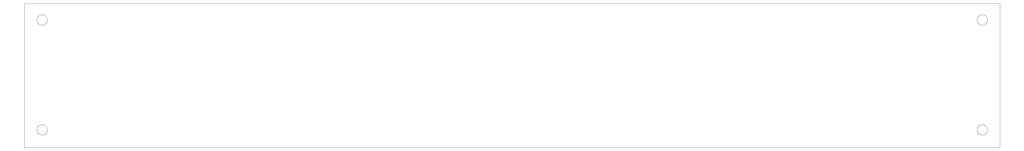
<source format=gbp>
From 5851c4758d3301851cf58e0ec3b42c7f93c7ca77 Mon Sep 17 00:00:00 2001
From: William Harrington <kb0iic@berzerkula.org>
Date: Thu, 17 May 2018 20:54:06 -0500
Subject: Populate repository from main eagle directory in user's document
 library.

---
 eagle/Spectrum_Analyzer/ind.GBP | 989 ++++++++++++++++++++++++++++++++++++++++
 1 file changed, 989 insertions(+)
 create mode 100755 eagle/Spectrum_Analyzer/ind.GBP

(limited to 'eagle/Spectrum_Analyzer/ind.GBP')

diff --git a/eagle/Spectrum_Analyzer/ind.GBP b/eagle/Spectrum_Analyzer/ind.GBP
new file mode 100755
index 0000000..78d33d8
--- /dev/null
+++ b/eagle/Spectrum_Analyzer/ind.GBP
@@ -0,0 +1,989 @@
+G75*
+%MOIN*%
+%OFA0B0*%
+%FSLAX25Y25*%
+%IPPOS*%
+%LPD*%
+%AMOC8*
+5,1,8,0,0,1.08239X$1,22.5*
+%
+%ADD10C,0.00000*%
+D10*
+X0001300Y0006300D02*
+X0001300Y0170001D01*
+X1106221Y0170001D01*
+X1106221Y0006300D01*
+X0001300Y0006300D01*
+X0015394Y0026300D02*
+X0015396Y0026453D01*
+X0015402Y0026607D01*
+X0015412Y0026760D01*
+X0015426Y0026912D01*
+X0015444Y0027065D01*
+X0015466Y0027216D01*
+X0015491Y0027367D01*
+X0015521Y0027518D01*
+X0015555Y0027668D01*
+X0015592Y0027816D01*
+X0015633Y0027964D01*
+X0015678Y0028110D01*
+X0015727Y0028256D01*
+X0015780Y0028400D01*
+X0015836Y0028542D01*
+X0015896Y0028683D01*
+X0015960Y0028823D01*
+X0016027Y0028961D01*
+X0016098Y0029097D01*
+X0016173Y0029231D01*
+X0016250Y0029363D01*
+X0016332Y0029493D01*
+X0016416Y0029621D01*
+X0016504Y0029747D01*
+X0016595Y0029870D01*
+X0016689Y0029991D01*
+X0016787Y0030109D01*
+X0016887Y0030225D01*
+X0016991Y0030338D01*
+X0017097Y0030449D01*
+X0017206Y0030557D01*
+X0017318Y0030662D01*
+X0017432Y0030763D01*
+X0017550Y0030862D01*
+X0017669Y0030958D01*
+X0017791Y0031051D01*
+X0017916Y0031140D01*
+X0018043Y0031227D01*
+X0018172Y0031309D01*
+X0018303Y0031389D01*
+X0018436Y0031465D01*
+X0018571Y0031538D01*
+X0018708Y0031607D01*
+X0018847Y0031672D01*
+X0018987Y0031734D01*
+X0019129Y0031792D01*
+X0019272Y0031847D01*
+X0019417Y0031898D01*
+X0019563Y0031945D01*
+X0019710Y0031988D01*
+X0019858Y0032027D01*
+X0020007Y0032063D01*
+X0020157Y0032094D01*
+X0020308Y0032122D01*
+X0020459Y0032146D01*
+X0020612Y0032166D01*
+X0020764Y0032182D01*
+X0020917Y0032194D01*
+X0021070Y0032202D01*
+X0021223Y0032206D01*
+X0021377Y0032206D01*
+X0021530Y0032202D01*
+X0021683Y0032194D01*
+X0021836Y0032182D01*
+X0021988Y0032166D01*
+X0022141Y0032146D01*
+X0022292Y0032122D01*
+X0022443Y0032094D01*
+X0022593Y0032063D01*
+X0022742Y0032027D01*
+X0022890Y0031988D01*
+X0023037Y0031945D01*
+X0023183Y0031898D01*
+X0023328Y0031847D01*
+X0023471Y0031792D01*
+X0023613Y0031734D01*
+X0023753Y0031672D01*
+X0023892Y0031607D01*
+X0024029Y0031538D01*
+X0024164Y0031465D01*
+X0024297Y0031389D01*
+X0024428Y0031309D01*
+X0024557Y0031227D01*
+X0024684Y0031140D01*
+X0024809Y0031051D01*
+X0024931Y0030958D01*
+X0025050Y0030862D01*
+X0025168Y0030763D01*
+X0025282Y0030662D01*
+X0025394Y0030557D01*
+X0025503Y0030449D01*
+X0025609Y0030338D01*
+X0025713Y0030225D01*
+X0025813Y0030109D01*
+X0025911Y0029991D01*
+X0026005Y0029870D01*
+X0026096Y0029747D01*
+X0026184Y0029621D01*
+X0026268Y0029493D01*
+X0026350Y0029363D01*
+X0026427Y0029231D01*
+X0026502Y0029097D01*
+X0026573Y0028961D01*
+X0026640Y0028823D01*
+X0026704Y0028683D01*
+X0026764Y0028542D01*
+X0026820Y0028400D01*
+X0026873Y0028256D01*
+X0026922Y0028110D01*
+X0026967Y0027964D01*
+X0027008Y0027816D01*
+X0027045Y0027668D01*
+X0027079Y0027518D01*
+X0027109Y0027367D01*
+X0027134Y0027216D01*
+X0027156Y0027065D01*
+X0027174Y0026912D01*
+X0027188Y0026760D01*
+X0027198Y0026607D01*
+X0027204Y0026453D01*
+X0027206Y0026300D01*
+X0027204Y0026147D01*
+X0027198Y0025993D01*
+X0027188Y0025840D01*
+X0027174Y0025688D01*
+X0027156Y0025535D01*
+X0027134Y0025384D01*
+X0027109Y0025233D01*
+X0027079Y0025082D01*
+X0027045Y0024932D01*
+X0027008Y0024784D01*
+X0026967Y0024636D01*
+X0026922Y0024490D01*
+X0026873Y0024344D01*
+X0026820Y0024200D01*
+X0026764Y0024058D01*
+X0026704Y0023917D01*
+X0026640Y0023777D01*
+X0026573Y0023639D01*
+X0026502Y0023503D01*
+X0026427Y0023369D01*
+X0026350Y0023237D01*
+X0026268Y0023107D01*
+X0026184Y0022979D01*
+X0026096Y0022853D01*
+X0026005Y0022730D01*
+X0025911Y0022609D01*
+X0025813Y0022491D01*
+X0025713Y0022375D01*
+X0025609Y0022262D01*
+X0025503Y0022151D01*
+X0025394Y0022043D01*
+X0025282Y0021938D01*
+X0025168Y0021837D01*
+X0025050Y0021738D01*
+X0024931Y0021642D01*
+X0024809Y0021549D01*
+X0024684Y0021460D01*
+X0024557Y0021373D01*
+X0024428Y0021291D01*
+X0024297Y0021211D01*
+X0024164Y0021135D01*
+X0024029Y0021062D01*
+X0023892Y0020993D01*
+X0023753Y0020928D01*
+X0023613Y0020866D01*
+X0023471Y0020808D01*
+X0023328Y0020753D01*
+X0023183Y0020702D01*
+X0023037Y0020655D01*
+X0022890Y0020612D01*
+X0022742Y0020573D01*
+X0022593Y0020537D01*
+X0022443Y0020506D01*
+X0022292Y0020478D01*
+X0022141Y0020454D01*
+X0021988Y0020434D01*
+X0021836Y0020418D01*
+X0021683Y0020406D01*
+X0021530Y0020398D01*
+X0021377Y0020394D01*
+X0021223Y0020394D01*
+X0021070Y0020398D01*
+X0020917Y0020406D01*
+X0020764Y0020418D01*
+X0020612Y0020434D01*
+X0020459Y0020454D01*
+X0020308Y0020478D01*
+X0020157Y0020506D01*
+X0020007Y0020537D01*
+X0019858Y0020573D01*
+X0019710Y0020612D01*
+X0019563Y0020655D01*
+X0019417Y0020702D01*
+X0019272Y0020753D01*
+X0019129Y0020808D01*
+X0018987Y0020866D01*
+X0018847Y0020928D01*
+X0018708Y0020993D01*
+X0018571Y0021062D01*
+X0018436Y0021135D01*
+X0018303Y0021211D01*
+X0018172Y0021291D01*
+X0018043Y0021373D01*
+X0017916Y0021460D01*
+X0017791Y0021549D01*
+X0017669Y0021642D01*
+X0017550Y0021738D01*
+X0017432Y0021837D01*
+X0017318Y0021938D01*
+X0017206Y0022043D01*
+X0017097Y0022151D01*
+X0016991Y0022262D01*
+X0016887Y0022375D01*
+X0016787Y0022491D01*
+X0016689Y0022609D01*
+X0016595Y0022730D01*
+X0016504Y0022853D01*
+X0016416Y0022979D01*
+X0016332Y0023107D01*
+X0016250Y0023237D01*
+X0016173Y0023369D01*
+X0016098Y0023503D01*
+X0016027Y0023639D01*
+X0015960Y0023777D01*
+X0015896Y0023917D01*
+X0015836Y0024058D01*
+X0015780Y0024200D01*
+X0015727Y0024344D01*
+X0015678Y0024490D01*
+X0015633Y0024636D01*
+X0015592Y0024784D01*
+X0015555Y0024932D01*
+X0015521Y0025082D01*
+X0015491Y0025233D01*
+X0015466Y0025384D01*
+X0015444Y0025535D01*
+X0015426Y0025688D01*
+X0015412Y0025840D01*
+X0015402Y0025993D01*
+X0015396Y0026147D01*
+X0015394Y0026300D01*
+X0015394Y0151300D02*
+X0015396Y0151453D01*
+X0015402Y0151607D01*
+X0015412Y0151760D01*
+X0015426Y0151912D01*
+X0015444Y0152065D01*
+X0015466Y0152216D01*
+X0015491Y0152367D01*
+X0015521Y0152518D01*
+X0015555Y0152668D01*
+X0015592Y0152816D01*
+X0015633Y0152964D01*
+X0015678Y0153110D01*
+X0015727Y0153256D01*
+X0015780Y0153400D01*
+X0015836Y0153542D01*
+X0015896Y0153683D01*
+X0015960Y0153823D01*
+X0016027Y0153961D01*
+X0016098Y0154097D01*
+X0016173Y0154231D01*
+X0016250Y0154363D01*
+X0016332Y0154493D01*
+X0016416Y0154621D01*
+X0016504Y0154747D01*
+X0016595Y0154870D01*
+X0016689Y0154991D01*
+X0016787Y0155109D01*
+X0016887Y0155225D01*
+X0016991Y0155338D01*
+X0017097Y0155449D01*
+X0017206Y0155557D01*
+X0017318Y0155662D01*
+X0017432Y0155763D01*
+X0017550Y0155862D01*
+X0017669Y0155958D01*
+X0017791Y0156051D01*
+X0017916Y0156140D01*
+X0018043Y0156227D01*
+X0018172Y0156309D01*
+X0018303Y0156389D01*
+X0018436Y0156465D01*
+X0018571Y0156538D01*
+X0018708Y0156607D01*
+X0018847Y0156672D01*
+X0018987Y0156734D01*
+X0019129Y0156792D01*
+X0019272Y0156847D01*
+X0019417Y0156898D01*
+X0019563Y0156945D01*
+X0019710Y0156988D01*
+X0019858Y0157027D01*
+X0020007Y0157063D01*
+X0020157Y0157094D01*
+X0020308Y0157122D01*
+X0020459Y0157146D01*
+X0020612Y0157166D01*
+X0020764Y0157182D01*
+X0020917Y0157194D01*
+X0021070Y0157202D01*
+X0021223Y0157206D01*
+X0021377Y0157206D01*
+X0021530Y0157202D01*
+X0021683Y0157194D01*
+X0021836Y0157182D01*
+X0021988Y0157166D01*
+X0022141Y0157146D01*
+X0022292Y0157122D01*
+X0022443Y0157094D01*
+X0022593Y0157063D01*
+X0022742Y0157027D01*
+X0022890Y0156988D01*
+X0023037Y0156945D01*
+X0023183Y0156898D01*
+X0023328Y0156847D01*
+X0023471Y0156792D01*
+X0023613Y0156734D01*
+X0023753Y0156672D01*
+X0023892Y0156607D01*
+X0024029Y0156538D01*
+X0024164Y0156465D01*
+X0024297Y0156389D01*
+X0024428Y0156309D01*
+X0024557Y0156227D01*
+X0024684Y0156140D01*
+X0024809Y0156051D01*
+X0024931Y0155958D01*
+X0025050Y0155862D01*
+X0025168Y0155763D01*
+X0025282Y0155662D01*
+X0025394Y0155557D01*
+X0025503Y0155449D01*
+X0025609Y0155338D01*
+X0025713Y0155225D01*
+X0025813Y0155109D01*
+X0025911Y0154991D01*
+X0026005Y0154870D01*
+X0026096Y0154747D01*
+X0026184Y0154621D01*
+X0026268Y0154493D01*
+X0026350Y0154363D01*
+X0026427Y0154231D01*
+X0026502Y0154097D01*
+X0026573Y0153961D01*
+X0026640Y0153823D01*
+X0026704Y0153683D01*
+X0026764Y0153542D01*
+X0026820Y0153400D01*
+X0026873Y0153256D01*
+X0026922Y0153110D01*
+X0026967Y0152964D01*
+X0027008Y0152816D01*
+X0027045Y0152668D01*
+X0027079Y0152518D01*
+X0027109Y0152367D01*
+X0027134Y0152216D01*
+X0027156Y0152065D01*
+X0027174Y0151912D01*
+X0027188Y0151760D01*
+X0027198Y0151607D01*
+X0027204Y0151453D01*
+X0027206Y0151300D01*
+X0027204Y0151147D01*
+X0027198Y0150993D01*
+X0027188Y0150840D01*
+X0027174Y0150688D01*
+X0027156Y0150535D01*
+X0027134Y0150384D01*
+X0027109Y0150233D01*
+X0027079Y0150082D01*
+X0027045Y0149932D01*
+X0027008Y0149784D01*
+X0026967Y0149636D01*
+X0026922Y0149490D01*
+X0026873Y0149344D01*
+X0026820Y0149200D01*
+X0026764Y0149058D01*
+X0026704Y0148917D01*
+X0026640Y0148777D01*
+X0026573Y0148639D01*
+X0026502Y0148503D01*
+X0026427Y0148369D01*
+X0026350Y0148237D01*
+X0026268Y0148107D01*
+X0026184Y0147979D01*
+X0026096Y0147853D01*
+X0026005Y0147730D01*
+X0025911Y0147609D01*
+X0025813Y0147491D01*
+X0025713Y0147375D01*
+X0025609Y0147262D01*
+X0025503Y0147151D01*
+X0025394Y0147043D01*
+X0025282Y0146938D01*
+X0025168Y0146837D01*
+X0025050Y0146738D01*
+X0024931Y0146642D01*
+X0024809Y0146549D01*
+X0024684Y0146460D01*
+X0024557Y0146373D01*
+X0024428Y0146291D01*
+X0024297Y0146211D01*
+X0024164Y0146135D01*
+X0024029Y0146062D01*
+X0023892Y0145993D01*
+X0023753Y0145928D01*
+X0023613Y0145866D01*
+X0023471Y0145808D01*
+X0023328Y0145753D01*
+X0023183Y0145702D01*
+X0023037Y0145655D01*
+X0022890Y0145612D01*
+X0022742Y0145573D01*
+X0022593Y0145537D01*
+X0022443Y0145506D01*
+X0022292Y0145478D01*
+X0022141Y0145454D01*
+X0021988Y0145434D01*
+X0021836Y0145418D01*
+X0021683Y0145406D01*
+X0021530Y0145398D01*
+X0021377Y0145394D01*
+X0021223Y0145394D01*
+X0021070Y0145398D01*
+X0020917Y0145406D01*
+X0020764Y0145418D01*
+X0020612Y0145434D01*
+X0020459Y0145454D01*
+X0020308Y0145478D01*
+X0020157Y0145506D01*
+X0020007Y0145537D01*
+X0019858Y0145573D01*
+X0019710Y0145612D01*
+X0019563Y0145655D01*
+X0019417Y0145702D01*
+X0019272Y0145753D01*
+X0019129Y0145808D01*
+X0018987Y0145866D01*
+X0018847Y0145928D01*
+X0018708Y0145993D01*
+X0018571Y0146062D01*
+X0018436Y0146135D01*
+X0018303Y0146211D01*
+X0018172Y0146291D01*
+X0018043Y0146373D01*
+X0017916Y0146460D01*
+X0017791Y0146549D01*
+X0017669Y0146642D01*
+X0017550Y0146738D01*
+X0017432Y0146837D01*
+X0017318Y0146938D01*
+X0017206Y0147043D01*
+X0017097Y0147151D01*
+X0016991Y0147262D01*
+X0016887Y0147375D01*
+X0016787Y0147491D01*
+X0016689Y0147609D01*
+X0016595Y0147730D01*
+X0016504Y0147853D01*
+X0016416Y0147979D01*
+X0016332Y0148107D01*
+X0016250Y0148237D01*
+X0016173Y0148369D01*
+X0016098Y0148503D01*
+X0016027Y0148639D01*
+X0015960Y0148777D01*
+X0015896Y0148917D01*
+X0015836Y0149058D01*
+X0015780Y0149200D01*
+X0015727Y0149344D01*
+X0015678Y0149490D01*
+X0015633Y0149636D01*
+X0015592Y0149784D01*
+X0015555Y0149932D01*
+X0015521Y0150082D01*
+X0015491Y0150233D01*
+X0015466Y0150384D01*
+X0015444Y0150535D01*
+X0015426Y0150688D01*
+X0015412Y0150840D01*
+X0015402Y0150993D01*
+X0015396Y0151147D01*
+X0015394Y0151300D01*
+X1080394Y0151300D02*
+X1080396Y0151453D01*
+X1080402Y0151607D01*
+X1080412Y0151760D01*
+X1080426Y0151912D01*
+X1080444Y0152065D01*
+X1080466Y0152216D01*
+X1080491Y0152367D01*
+X1080521Y0152518D01*
+X1080555Y0152668D01*
+X1080592Y0152816D01*
+X1080633Y0152964D01*
+X1080678Y0153110D01*
+X1080727Y0153256D01*
+X1080780Y0153400D01*
+X1080836Y0153542D01*
+X1080896Y0153683D01*
+X1080960Y0153823D01*
+X1081027Y0153961D01*
+X1081098Y0154097D01*
+X1081173Y0154231D01*
+X1081250Y0154363D01*
+X1081332Y0154493D01*
+X1081416Y0154621D01*
+X1081504Y0154747D01*
+X1081595Y0154870D01*
+X1081689Y0154991D01*
+X1081787Y0155109D01*
+X1081887Y0155225D01*
+X1081991Y0155338D01*
+X1082097Y0155449D01*
+X1082206Y0155557D01*
+X1082318Y0155662D01*
+X1082432Y0155763D01*
+X1082550Y0155862D01*
+X1082669Y0155958D01*
+X1082791Y0156051D01*
+X1082916Y0156140D01*
+X1083043Y0156227D01*
+X1083172Y0156309D01*
+X1083303Y0156389D01*
+X1083436Y0156465D01*
+X1083571Y0156538D01*
+X1083708Y0156607D01*
+X1083847Y0156672D01*
+X1083987Y0156734D01*
+X1084129Y0156792D01*
+X1084272Y0156847D01*
+X1084417Y0156898D01*
+X1084563Y0156945D01*
+X1084710Y0156988D01*
+X1084858Y0157027D01*
+X1085007Y0157063D01*
+X1085157Y0157094D01*
+X1085308Y0157122D01*
+X1085459Y0157146D01*
+X1085612Y0157166D01*
+X1085764Y0157182D01*
+X1085917Y0157194D01*
+X1086070Y0157202D01*
+X1086223Y0157206D01*
+X1086377Y0157206D01*
+X1086530Y0157202D01*
+X1086683Y0157194D01*
+X1086836Y0157182D01*
+X1086988Y0157166D01*
+X1087141Y0157146D01*
+X1087292Y0157122D01*
+X1087443Y0157094D01*
+X1087593Y0157063D01*
+X1087742Y0157027D01*
+X1087890Y0156988D01*
+X1088037Y0156945D01*
+X1088183Y0156898D01*
+X1088328Y0156847D01*
+X1088471Y0156792D01*
+X1088613Y0156734D01*
+X1088753Y0156672D01*
+X1088892Y0156607D01*
+X1089029Y0156538D01*
+X1089164Y0156465D01*
+X1089297Y0156389D01*
+X1089428Y0156309D01*
+X1089557Y0156227D01*
+X1089684Y0156140D01*
+X1089809Y0156051D01*
+X1089931Y0155958D01*
+X1090050Y0155862D01*
+X1090168Y0155763D01*
+X1090282Y0155662D01*
+X1090394Y0155557D01*
+X1090503Y0155449D01*
+X1090609Y0155338D01*
+X1090713Y0155225D01*
+X1090813Y0155109D01*
+X1090911Y0154991D01*
+X1091005Y0154870D01*
+X1091096Y0154747D01*
+X1091184Y0154621D01*
+X1091268Y0154493D01*
+X1091350Y0154363D01*
+X1091427Y0154231D01*
+X1091502Y0154097D01*
+X1091573Y0153961D01*
+X1091640Y0153823D01*
+X1091704Y0153683D01*
+X1091764Y0153542D01*
+X1091820Y0153400D01*
+X1091873Y0153256D01*
+X1091922Y0153110D01*
+X1091967Y0152964D01*
+X1092008Y0152816D01*
+X1092045Y0152668D01*
+X1092079Y0152518D01*
+X1092109Y0152367D01*
+X1092134Y0152216D01*
+X1092156Y0152065D01*
+X1092174Y0151912D01*
+X1092188Y0151760D01*
+X1092198Y0151607D01*
+X1092204Y0151453D01*
+X1092206Y0151300D01*
+X1092204Y0151147D01*
+X1092198Y0150993D01*
+X1092188Y0150840D01*
+X1092174Y0150688D01*
+X1092156Y0150535D01*
+X1092134Y0150384D01*
+X1092109Y0150233D01*
+X1092079Y0150082D01*
+X1092045Y0149932D01*
+X1092008Y0149784D01*
+X1091967Y0149636D01*
+X1091922Y0149490D01*
+X1091873Y0149344D01*
+X1091820Y0149200D01*
+X1091764Y0149058D01*
+X1091704Y0148917D01*
+X1091640Y0148777D01*
+X1091573Y0148639D01*
+X1091502Y0148503D01*
+X1091427Y0148369D01*
+X1091350Y0148237D01*
+X1091268Y0148107D01*
+X1091184Y0147979D01*
+X1091096Y0147853D01*
+X1091005Y0147730D01*
+X1090911Y0147609D01*
+X1090813Y0147491D01*
+X1090713Y0147375D01*
+X1090609Y0147262D01*
+X1090503Y0147151D01*
+X1090394Y0147043D01*
+X1090282Y0146938D01*
+X1090168Y0146837D01*
+X1090050Y0146738D01*
+X1089931Y0146642D01*
+X1089809Y0146549D01*
+X1089684Y0146460D01*
+X1089557Y0146373D01*
+X1089428Y0146291D01*
+X1089297Y0146211D01*
+X1089164Y0146135D01*
+X1089029Y0146062D01*
+X1088892Y0145993D01*
+X1088753Y0145928D01*
+X1088613Y0145866D01*
+X1088471Y0145808D01*
+X1088328Y0145753D01*
+X1088183Y0145702D01*
+X1088037Y0145655D01*
+X1087890Y0145612D01*
+X1087742Y0145573D01*
+X1087593Y0145537D01*
+X1087443Y0145506D01*
+X1087292Y0145478D01*
+X1087141Y0145454D01*
+X1086988Y0145434D01*
+X1086836Y0145418D01*
+X1086683Y0145406D01*
+X1086530Y0145398D01*
+X1086377Y0145394D01*
+X1086223Y0145394D01*
+X1086070Y0145398D01*
+X1085917Y0145406D01*
+X1085764Y0145418D01*
+X1085612Y0145434D01*
+X1085459Y0145454D01*
+X1085308Y0145478D01*
+X1085157Y0145506D01*
+X1085007Y0145537D01*
+X1084858Y0145573D01*
+X1084710Y0145612D01*
+X1084563Y0145655D01*
+X1084417Y0145702D01*
+X1084272Y0145753D01*
+X1084129Y0145808D01*
+X1083987Y0145866D01*
+X1083847Y0145928D01*
+X1083708Y0145993D01*
+X1083571Y0146062D01*
+X1083436Y0146135D01*
+X1083303Y0146211D01*
+X1083172Y0146291D01*
+X1083043Y0146373D01*
+X1082916Y0146460D01*
+X1082791Y0146549D01*
+X1082669Y0146642D01*
+X1082550Y0146738D01*
+X1082432Y0146837D01*
+X1082318Y0146938D01*
+X1082206Y0147043D01*
+X1082097Y0147151D01*
+X1081991Y0147262D01*
+X1081887Y0147375D01*
+X1081787Y0147491D01*
+X1081689Y0147609D01*
+X1081595Y0147730D01*
+X1081504Y0147853D01*
+X1081416Y0147979D01*
+X1081332Y0148107D01*
+X1081250Y0148237D01*
+X1081173Y0148369D01*
+X1081098Y0148503D01*
+X1081027Y0148639D01*
+X1080960Y0148777D01*
+X1080896Y0148917D01*
+X1080836Y0149058D01*
+X1080780Y0149200D01*
+X1080727Y0149344D01*
+X1080678Y0149490D01*
+X1080633Y0149636D01*
+X1080592Y0149784D01*
+X1080555Y0149932D01*
+X1080521Y0150082D01*
+X1080491Y0150233D01*
+X1080466Y0150384D01*
+X1080444Y0150535D01*
+X1080426Y0150688D01*
+X1080412Y0150840D01*
+X1080402Y0150993D01*
+X1080396Y0151147D01*
+X1080394Y0151300D01*
+X1080394Y0026300D02*
+X1080396Y0026453D01*
+X1080402Y0026607D01*
+X1080412Y0026760D01*
+X1080426Y0026912D01*
+X1080444Y0027065D01*
+X1080466Y0027216D01*
+X1080491Y0027367D01*
+X1080521Y0027518D01*
+X1080555Y0027668D01*
+X1080592Y0027816D01*
+X1080633Y0027964D01*
+X1080678Y0028110D01*
+X1080727Y0028256D01*
+X1080780Y0028400D01*
+X1080836Y0028542D01*
+X1080896Y0028683D01*
+X1080960Y0028823D01*
+X1081027Y0028961D01*
+X1081098Y0029097D01*
+X1081173Y0029231D01*
+X1081250Y0029363D01*
+X1081332Y0029493D01*
+X1081416Y0029621D01*
+X1081504Y0029747D01*
+X1081595Y0029870D01*
+X1081689Y0029991D01*
+X1081787Y0030109D01*
+X1081887Y0030225D01*
+X1081991Y0030338D01*
+X1082097Y0030449D01*
+X1082206Y0030557D01*
+X1082318Y0030662D01*
+X1082432Y0030763D01*
+X1082550Y0030862D01*
+X1082669Y0030958D01*
+X1082791Y0031051D01*
+X1082916Y0031140D01*
+X1083043Y0031227D01*
+X1083172Y0031309D01*
+X1083303Y0031389D01*
+X1083436Y0031465D01*
+X1083571Y0031538D01*
+X1083708Y0031607D01*
+X1083847Y0031672D01*
+X1083987Y0031734D01*
+X1084129Y0031792D01*
+X1084272Y0031847D01*
+X1084417Y0031898D01*
+X1084563Y0031945D01*
+X1084710Y0031988D01*
+X1084858Y0032027D01*
+X1085007Y0032063D01*
+X1085157Y0032094D01*
+X1085308Y0032122D01*
+X1085459Y0032146D01*
+X1085612Y0032166D01*
+X1085764Y0032182D01*
+X1085917Y0032194D01*
+X1086070Y0032202D01*
+X1086223Y0032206D01*
+X1086377Y0032206D01*
+X1086530Y0032202D01*
+X1086683Y0032194D01*
+X1086836Y0032182D01*
+X1086988Y0032166D01*
+X1087141Y0032146D01*
+X1087292Y0032122D01*
+X1087443Y0032094D01*
+X1087593Y0032063D01*
+X1087742Y0032027D01*
+X1087890Y0031988D01*
+X1088037Y0031945D01*
+X1088183Y0031898D01*
+X1088328Y0031847D01*
+X1088471Y0031792D01*
+X1088613Y0031734D01*
+X1088753Y0031672D01*
+X1088892Y0031607D01*
+X1089029Y0031538D01*
+X1089164Y0031465D01*
+X1089297Y0031389D01*
+X1089428Y0031309D01*
+X1089557Y0031227D01*
+X1089684Y0031140D01*
+X1089809Y0031051D01*
+X1089931Y0030958D01*
+X1090050Y0030862D01*
+X1090168Y0030763D01*
+X1090282Y0030662D01*
+X1090394Y0030557D01*
+X1090503Y0030449D01*
+X1090609Y0030338D01*
+X1090713Y0030225D01*
+X1090813Y0030109D01*
+X1090911Y0029991D01*
+X1091005Y0029870D01*
+X1091096Y0029747D01*
+X1091184Y0029621D01*
+X1091268Y0029493D01*
+X1091350Y0029363D01*
+X1091427Y0029231D01*
+X1091502Y0029097D01*
+X1091573Y0028961D01*
+X1091640Y0028823D01*
+X1091704Y0028683D01*
+X1091764Y0028542D01*
+X1091820Y0028400D01*
+X1091873Y0028256D01*
+X1091922Y0028110D01*
+X1091967Y0027964D01*
+X1092008Y0027816D01*
+X1092045Y0027668D01*
+X1092079Y0027518D01*
+X1092109Y0027367D01*
+X1092134Y0027216D01*
+X1092156Y0027065D01*
+X1092174Y0026912D01*
+X1092188Y0026760D01*
+X1092198Y0026607D01*
+X1092204Y0026453D01*
+X1092206Y0026300D01*
+X1092204Y0026147D01*
+X1092198Y0025993D01*
+X1092188Y0025840D01*
+X1092174Y0025688D01*
+X1092156Y0025535D01*
+X1092134Y0025384D01*
+X1092109Y0025233D01*
+X1092079Y0025082D01*
+X1092045Y0024932D01*
+X1092008Y0024784D01*
+X1091967Y0024636D01*
+X1091922Y0024490D01*
+X1091873Y0024344D01*
+X1091820Y0024200D01*
+X1091764Y0024058D01*
+X1091704Y0023917D01*
+X1091640Y0023777D01*
+X1091573Y0023639D01*
+X1091502Y0023503D01*
+X1091427Y0023369D01*
+X1091350Y0023237D01*
+X1091268Y0023107D01*
+X1091184Y0022979D01*
+X1091096Y0022853D01*
+X1091005Y0022730D01*
+X1090911Y0022609D01*
+X1090813Y0022491D01*
+X1090713Y0022375D01*
+X1090609Y0022262D01*
+X1090503Y0022151D01*
+X1090394Y0022043D01*
+X1090282Y0021938D01*
+X1090168Y0021837D01*
+X1090050Y0021738D01*
+X1089931Y0021642D01*
+X1089809Y0021549D01*
+X1089684Y0021460D01*
+X1089557Y0021373D01*
+X1089428Y0021291D01*
+X1089297Y0021211D01*
+X1089164Y0021135D01*
+X1089029Y0021062D01*
+X1088892Y0020993D01*
+X1088753Y0020928D01*
+X1088613Y0020866D01*
+X1088471Y0020808D01*
+X1088328Y0020753D01*
+X1088183Y0020702D01*
+X1088037Y0020655D01*
+X1087890Y0020612D01*
+X1087742Y0020573D01*
+X1087593Y0020537D01*
+X1087443Y0020506D01*
+X1087292Y0020478D01*
+X1087141Y0020454D01*
+X1086988Y0020434D01*
+X1086836Y0020418D01*
+X1086683Y0020406D01*
+X1086530Y0020398D01*
+X1086377Y0020394D01*
+X1086223Y0020394D01*
+X1086070Y0020398D01*
+X1085917Y0020406D01*
+X1085764Y0020418D01*
+X1085612Y0020434D01*
+X1085459Y0020454D01*
+X1085308Y0020478D01*
+X1085157Y0020506D01*
+X1085007Y0020537D01*
+X1084858Y0020573D01*
+X1084710Y0020612D01*
+X1084563Y0020655D01*
+X1084417Y0020702D01*
+X1084272Y0020753D01*
+X1084129Y0020808D01*
+X1083987Y0020866D01*
+X1083847Y0020928D01*
+X1083708Y0020993D01*
+X1083571Y0021062D01*
+X1083436Y0021135D01*
+X1083303Y0021211D01*
+X1083172Y0021291D01*
+X1083043Y0021373D01*
+X1082916Y0021460D01*
+X1082791Y0021549D01*
+X1082669Y0021642D01*
+X1082550Y0021738D01*
+X1082432Y0021837D01*
+X1082318Y0021938D01*
+X1082206Y0022043D01*
+X1082097Y0022151D01*
+X1081991Y0022262D01*
+X1081887Y0022375D01*
+X1081787Y0022491D01*
+X1081689Y0022609D01*
+X1081595Y0022730D01*
+X1081504Y0022853D01*
+X1081416Y0022979D01*
+X1081332Y0023107D01*
+X1081250Y0023237D01*
+X1081173Y0023369D01*
+X1081098Y0023503D01*
+X1081027Y0023639D01*
+X1080960Y0023777D01*
+X1080896Y0023917D01*
+X1080836Y0024058D01*
+X1080780Y0024200D01*
+X1080727Y0024344D01*
+X1080678Y0024490D01*
+X1080633Y0024636D01*
+X1080592Y0024784D01*
+X1080555Y0024932D01*
+X1080521Y0025082D01*
+X1080491Y0025233D01*
+X1080466Y0025384D01*
+X1080444Y0025535D01*
+X1080426Y0025688D01*
+X1080412Y0025840D01*
+X1080402Y0025993D01*
+X1080396Y0026147D01*
+X1080394Y0026300D01*
+M02*
-- 
cgit v1.2.3-54-g00ecf


</source>
